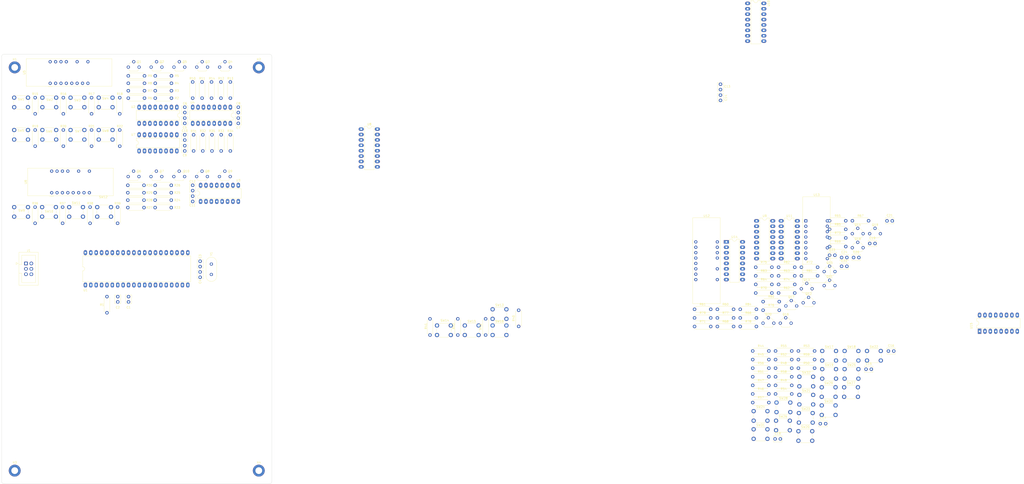
<source format=kicad_pcb>
(kicad_pcb (version 20211014) (generator pcbnew)
  (layers (0 "F.Cu" signal) (31 "B.Cu" signal) (34 "B.Paste" user) (35 "F.Paste" user) (36 "B.SilkS" user "B.Silkscreen") (37 "F.SilkS" user "F.Silkscreen") (38 "B.Mask" user) (39 "F.Mask" user) (44 "Edge.Cuts" user))
  (net 0 "")
  (net 3 "/MISO")
  (net 4 "/SCK")
  (net 5 "/MOSI")
  (net 6 "/Reset")
  (net 7 "Net-(Q6-Pad3)")
  (net 8 "Net-(Q7-Pad3)")
  (net 9 "Net-(Q8-Pad3)")
  (net 10 "Net-(Q9-Pad3)")
  (net 13 "Net-(R2-Pad1)")
  (net 21 "Net-(Q6-Pad2)")
  (net 22 "Net-(R3-Pad1)")
  (net 23 "Net-(Q10-Pad3)")
  (net 24 "Net-(R4-Pad1)")
  (net 25 "Net-(Q7-Pad2)")
  (net 26 "Net-(R5-Pad1)")
  (net 27 "Net-(R2-Pad2)")
  (net 28 "Net-(R6-Pad1)")
  (net 29 "Net-(Q8-Pad2)")
  (net 30 "Net-(R7-Pad1)")
  (net 31 "Net-(R7-Pad2)")
  (net 32 "Net-(R8-Pad1)")
  (net 33 "Net-(R8-Pad2)")
  (net 34 "+5V")
  (net 35 "GND")
  (net 36 "Net-(Q1-Pad2)")
  (net 37 "Net-(C3-Pad1)")
  (net 38 "Net-(Q1-Pad3)")
  (net 39 "Net-(Q2-Pad2)")
  (net 44 "Net-(C4-Pad1)")
  (net 45 "Net-(Q2-Pad3)")
  (net 46 "Net-(Q3-Pad2)")
  (net 47 "Net-(Q3-Pad3)")
  (net 48 "Net-(Q4-Pad2)")
  (net 49 "Net-(Q4-Pad3)")
  (net 50 "Net-(Q5-Pad2)")
  (net 51 "Net-(Q5-Pad3)")
  (net 52 "Net-(R9-Pad1)")
  (net 53 "Net-(R9-Pad2)")
  (net 54 "Net-(R3-Pad2)")
  (net 55 "Net-(R4-Pad2)")
  (net 56 "Net-(R5-Pad2)")
  (net 57 "Net-(R6-Pad2)")
  (net 58 "Net-(Q9-Pad2)")
  (net 59 "/PD0")
  (net 60 "Net-(Q10-Pad2)")
  (net 61 "/PD1")
  (net 62 "/PD2")
  (net 63 "/PD3")
  (net 64 "Net-(R44-Pad2)")
  (net 65 "Net-(R22-Pad2)")
  (net 66 "Net-(R45-Pad2)")
  (net 67 "/PA3")
  (net 68 "/PA2")
  (net 69 "/PA1")
  (net 70 "/PA0")
  (net 71 "/Display_life/D2_CA3")
  (net 72 "/Display_life/D2_CA5")
  (net 73 "/Display_life/D2_CA1")
  (net 74 "/Display_life/D2_CA2")
  (net 75 "/Display_life/D2_CA4")
  (net 76 "/Display_life/D1_CA1")
  (net 77 "/Display_life/D1_CA2")
  (net 78 "/Display_life/D1_CA3")
  (net 79 "/Display_life/D1_CA4")
  (net 80 "/Display_life/D1_CA5")
  (net 81 "/PB1")
  (net 82 "/PB2")
  (net 83 "/PB3")
  (net 84 "/Display_life/2nd_Bitshifter")
  (net 85 "Net-(R15-Pad2)")
  (net 86 "Net-(R16-Pad2)")
  (net 87 "Net-(R17-Pad2)")
  (net 88 "Net-(R18-Pad2)")
  (net 89 "Net-(R19-Pad2)")
  (net 90 "Net-(R20-Pad2)")
  (net 91 "Net-(R21-Pad2)")
  (net 92 "Net-(R23-Pad1)")
  (net 93 "Net-(R23-Pad2)")
  (net 94 "Net-(R24-Pad1)")
  (net 95 "Net-(R24-Pad2)")
  (net 96 "Net-(R25-Pad1)")
  (net 97 "Net-(R25-Pad2)")
  (net 98 "Net-(R26-Pad1)")
  (net 99 "Net-(R26-Pad2)")
  (net 100 "Net-(R27-Pad1)")
  (net 101 "Net-(R27-Pad2)")
  (net 102 "Net-(R28-Pad1)")
  (net 103 "Net-(R28-Pad2)")
  (net 104 "Net-(R29-Pad1)")
  (net 105 "Net-(R29-Pad2)")
  (net 106 "Net-(R30-Pad1)")
  (net 107 "Net-(R30-Pad2)")
  (net 108 "Net-(R36-Pad2)")
  (net 109 "Net-(R37-Pad2)")
  (net 110 "Net-(R38-Pad2)")
  (net 111 "Net-(R39-Pad2)")
  (net 112 "Net-(R40-Pad2)")
  (net 113 "Net-(R41-Pad2)")
  (net 114 "Net-(R42-Pad2)")
  (net 115 "Net-(R43-Pad2)")
  (net 116 "Net-(R46-Pad2)")
  (net 117 "Net-(R47-Pad2)")
  (net 118 "Net-(R48-Pad2)")
  (net 119 "Net-(R49-Pad2)")
  (net 120 "Net-(R50-Pad2)")
  (net 121 "Net-(R51-Pad2)")
  (net 122 "Net-(R52-Pad2)")
  (net 123 "Net-(R53-Pad2)")
  (net 124 "Net-(R54-Pad2)")
  (net 125 "Net-(R55-Pad2)")
  (net 126 "Net-(R56-Pad2)")
  (net 127 "Net-(R57-Pad2)")
  (net 128 "Net-(R58-Pad2)")
  (net 129 "Net-(R59-Pad2)")
  (net 130 "/Buttons_Row_1_and_2/Serial_2")
  (net 131 "/Buttons_Row_1_and_2/Serial_3")
  (net 132 "/Buttons_Row_3_and_4/Serial_4")
  (net 133 "Net-(Q11-Pad2)")
  (net 134 "Net-(Q11-Pad3)")
  (net 135 "Net-(Q12-Pad2)")
  (net 136 "Net-(Q12-Pad3)")
  (net 137 "Net-(Q13-Pad2)")
  (net 138 "Net-(Q13-Pad3)")
  (net 139 "Net-(Q14-Pad2)")
  (net 140 "Net-(Q14-Pad3)")
  (net 141 "Net-(Q15-Pad2)")
  (net 142 "Net-(Q15-Pad3)")
  (net 143 "Net-(Q16-Pad2)")
  (net 144 "Net-(Q16-Pad3)")
  (net 145 "Net-(Q17-Pad2)")
  (net 146 "Net-(Q17-Pad3)")
  (net 147 "Net-(Q18-Pad2)")
  (net 148 "Net-(Q18-Pad3)")
  (net 149 "Net-(Q19-Pad2)")
  (net 150 "Net-(Q19-Pad3)")
  (net 151 "Net-(Q20-Pad2)")
  (net 152 "Net-(Q20-Pad3)")
  (net 153 "/Display_3_and_4/D3_CA5")
  (net 154 "/Display_3_and_4/D3_CA4")
  (net 155 "/Display_3_and_4/D3_CA3")
  (net 156 "/Display_3_and_4/D3_CA2")
  (net 157 "/Display_3_and_4/D4_CA5")
  (net 158 "/Display_3_and_4/D3_CA1")
  (net 159 "/Display_3_and_4/D4_CA4")
  (net 160 "Net-(R67-Pad1)")
  (net 161 "Net-(R67-Pad2)")
  (net 162 "Net-(R68-Pad1)")
  (net 163 "Net-(R68-Pad2)")
  (net 164 "Net-(R69-Pad1)")
  (net 165 "Net-(R69-Pad2)")
  (net 166 "Net-(R70-Pad1)")
  (net 167 "Net-(R70-Pad2)")
  (net 168 "Net-(R71-Pad1)")
  (net 169 "Net-(R71-Pad2)")
  (net 170 "/Display_3_and_4/D4_CA3")
  (net 171 "Net-(R73-Pad1)")
  (net 172 "Net-(R73-Pad2)")
  (net 173 "Net-(R74-Pad1)")
  (net 174 "Net-(R74-Pad2)")
  (net 175 "Net-(R75-Pad1)")
  (net 176 "Net-(R75-Pad2)")
  (net 177 "/Display_3_and_4/D4_CA2")
  (net 178 "/Display_3_and_4/D4_CA1")
  (net 179 "Net-(R78-Pad1)")
  (net 180 "Net-(R78-Pad2)")
  (net 181 "Net-(R79-Pad1)")
  (net 182 "Net-(R79-Pad2)")
  (net 183 "Net-(R80-Pad1)")
  (net 184 "Net-(R80-Pad2)")
  (net 185 "Net-(R81-Pad1)")
  (net 186 "Net-(R81-Pad2)")
  (net 187 "Net-(R82-Pad1)")
  (net 188 "Net-(R82-Pad2)")
  (net 189 "Net-(R83-Pad1)")
  (net 190 "Net-(R83-Pad2)")
  (net 191 "Net-(R84-Pad1)")
  (net 192 "Net-(R84-Pad2)")
  (net 193 "Net-(R85-Pad1)")
  (net 194 "Net-(R85-Pad2)")
  (net 195 "/PA7")
  (net 196 "/PA6")
  (net 197 "/PA5")
  (net 198 "/PA4")
  (net 199 "/Display_3_and_4/4th_Bitshifter")
  (net 202 "/next_bitshifter")
  (footprint "Resistor_THT:R_Axial_DIN0207_L6.3mm_D2.5mm_P7.62mm_Horizontal" (layer "F.Cu") (at 99.045 33.838 180)
    (fp_text reference "R9")
    (fp_text value "100R")
  )
  (footprint "Resistor_THT:R_Axial_DIN0207_L6.3mm_D2.5mm_P7.62mm_Horizontal" (layer "F.Cu") (at 368.99 151.94)
    (fp_text reference "R68")
    (fp_text value "100R")
  )
  (footprint "Resistor_THT:R_Axial_DIN0207_L6.3mm_D2.5mm_P7.62mm_Horizontal" (layer "F.Cu") (at 130.625666 44.338 90)
    (fp_text reference "R14")
    (fp_text value "4.7k")
  )
  (footprint "Resistor_THT:R_Axial_DIN0207_L6.3mm_D2.5mm_P7.62mm_Horizontal" (layer "F.Cu") (at 74.095425 66.971332 90)
    (fp_text reference "R21")
    (fp_text value "10k")
  )
  (footprint "Capacitor_THT:C_Disc_D3.8mm_W2.6mm_P2.50mm" (layer "F.Cu") (at 433.15 119.43)
    (fp_text reference "C20")
    (fp_text value "1nF")
  )
  (footprint "Button_Switch_THT:SW_PUSH_6mm_H5mm" (layer "F.Cu") (at 407.61 175.62)
    (fp_text reference "SW32")
    (fp_text value "~")
  )
  (footprint "Resistor_THT:R_Axial_DIN0207_L6.3mm_D2.5mm_P7.62mm_Horizontal" (layer "F.Cu") (at 98.806 95.9 180)
    (fp_text reference "R27")
    (fp_text value "100R")
  )
  (footprint "Button_Switch_THT:SW_PUSH_6mm_H5mm" (layer "F.Cu") (at 249.972 151.456)
    (fp_text reference "SW15")
    (fp_text value "/2")
  )
  (footprint "Resistor_THT:R_Axial_DIN0207_L6.3mm_D2.5mm_P7.62mm_Horizontal" (layer "F.Cu") (at 122.174 61.601332 -90)
    (fp_text reference "R31")
    (fp_text value "4.7k")
  )
  (footprint "Button_Switch_THT:SW_PUSH_6mm_H5mm" (layer "F.Cu") (at 76.76 95.681332)
    (fp_text reference "SW12")
    (fp_text value "-10")
  )
  (footprint "Capacitor_THT:C_Disc_D3.8mm_W2.6mm_P2.50mm" (layer "F.Cu") (at 118.025333 51.111332 90)
    (fp_text reference "C6")
    (fp_text value "1nF")
  )
  (footprint "Resistor_THT:R_Axial_DIN0207_L6.3mm_D2.5mm_P7.62mm_Horizontal" (layer "F.Cu") (at 111.675334 88.9 180)
    (fp_text reference "R25")
    (fp_text value "100R")
  )
  (footprint "MountingHole:MountingHole_3.2mm_M3_DIN965_Pad" (layer "F.Cu") (at 37.8927 29.8483)
    (fp_text reference "H1")
    (fp_text value "MountingHole_Pad")
  )
  (footprint "Resistor_THT:R_Axial_DIN0207_L6.3mm_D2.5mm_P7.62mm_Horizontal" (layer "F.Cu") (at 385.62 179.67)
    (fp_text reference "R47")
    (fp_text value "10k")
  )
  (footprint "Capacitor_THT:C_Disc_D3.8mm_W2.6mm_P2.50mm" (layer "F.Cu") (at 118.0024 66.721332 -90)
    (fp_text reference "C9")
    (fp_text value "100pF")
  )
  (footprint "Crystal:Crystal_HC49-4H_Vertical" (layer "F.Cu") (at 130.556 127.418 90)
    (fp_text reference "Y1")
    (fp_text value "Crystal")
  )
  (footprint "Resistor_THT:R_Axial_DIN0207_L6.3mm_D2.5mm_P7.62mm_Horizontal" (layer "F.Cu") (at 387.04 132.11)
    (fp_text reference "R64")
    (fp_text value "4.7k")
  )
  (footprint "Resistor_THT:R_Axial_DIN0207_L6.3mm_D2.5mm_P7.62mm_Horizontal" (layer "F.Cu") (at 126.180666 44.338 90)
    (fp_text reference "R11")
    (fp_text value "4.7k")
  )
  (footprint "Capacitor_THT:C_Disc_D3.8mm_W2.6mm_P2.50mm" (layer "F.Cu") (at 396.17 204.92)
    (fp_text reference "C18")
    (fp_text value "~")
  )
  (footprint "Button_Switch_THT:SW_PUSH_6mm_H5mm" (layer "F.Cu") (at 77.48571 44.111332)
    (fp_text reference "SW4")
    (fp_text value "-10")
  )
  (footprint "Resistor_THT:R_Axial_DIN0207_L6.3mm_D2.5mm_P7.62mm_Horizontal" (layer "F.Cu") (at 87.376 66.971332 90)
    (fp_text reference "R22")
    (fp_text value "10k")
  )
  (footprint "Button_Switch_THT:SW_PUSH_6mm_H5mm" (layer "F.Cu") (at 386.07 200.37)
    (fp_text reference "SW31")
    (fp_text value "~")
  )
  (footprint "Resistor_THT:R_Axial_DIN0207_L6.3mm_D2.5mm_P7.62mm_Horizontal" (layer "F.Cu") (at 60.814855 51.731332 90)
    (fp_text reference "R16")
    (fp_text value "10k")
  )
  (footprint "Resistor_THT:R_Axial_DIN0207_L6.3mm_D2.5mm_P7.62mm_Horizontal" (layer "F.Cu") (at 432.61 102.11)
    (fp_text reference "R67")
    (fp_text value "100R")
  )
  (footprint "Button_Switch_THT:SW_PUSH_6mm_H5mm" (layer "F.Cu") (at 418.16 180.57)
    (fp_text reference "SW29")
    (fp_text value "~")
  )
  (footprint "Button_Switch_THT:SW_PUSH_6mm_H5mm" (layer "F.Cu") (at 64.20514 44.111332)
    (fp_text reference "SW3")
    (fp_text value "+10")
  )
  (footprint "Button_Switch_THT:SW_PUSH_6mm_H5mm" (layer "F.Cu") (at 428.93 163.47)
    (fp_text reference "SW18")
    (fp_text value "~")
  )
  (footprint "Resistor_THT:R_Axial_DIN0207_L6.3mm_D2.5mm_P7.62mm_Horizontal" (layer "F.Cu") (at 81.360972 137.85 -90)
    (fp_text reference "R1")
    (fp_text value "10k")
  )
  (footprint "Resistor_THT:R_Axial_DIN0207_L6.3mm_D2.5mm_P7.62mm_Horizontal" (layer "F.Cu") (at 111.675334 85.4 180)
    (fp_text reference "R26")
    (fp_text value "100R")
  )
  (footprint "Resistor_THT:R_Axial_DIN0207_L6.3mm_D2.5mm_P7.62mm_Horizontal" (layer "F.Cu") (at 385.62 163.47)
    (fp_text reference "R44")
    (fp_text value "10k")
  )
  (footprint "Resistor_THT:R_Axial_DIN0207_L6.3mm_D2.5mm_P7.62mm_Horizontal" (layer "F.Cu") (at 358.22 143.84)
    (fp_text reference "R61")
    (fp_text value "4.7k")
  )
  (footprint "Package_TO_SOT_THT:TO-92_Wide" (layer "F.Cu") (at 102.108 81.288)
    (fp_text reference "Q7")
    (fp_text value "2SA1015")
  )
  (footprint "Button_Switch_THT:SW_PUSH_6mm_H5mm" (layer "F.Cu") (at 50.798 95.681332)
    (fp_text reference "SW10")
    (fp_text value "+1")
  )
  (footprint "Capacitor_THT:C_Disc_D3.8mm_W2.6mm_P2.50mm" (layer "F.Cu") (at 427.5 123.58)
    (fp_text reference "C22")
    (fp_text value "1nF")
  )
  (footprint "Capacitor_THT:C_Disc_D3.8mm_W2.6mm_P2.50mm" (layer "F.Cu") (at 440.76 112.82)
    (fp_text reference "C19")
    (fp_text value "100pF")
  )
  (footprint "Capacitor_THT:C_Disc_D3.8mm_W2.6mm_P2.50mm" (layer "F.Cu") (at 370.45 40.29 90)
    (fp_text reference "C13")
    (fp_text value "100pF")
  )
  (footprint "Resistor_THT:R_Axial_DIN0207_L6.3mm_D2.5mm_P7.62mm_Horizontal" (layer "F.Cu") (at 233.572 155.956 90)
    (fp_text reference "R41")
    (fp_text value "10k")
  )
  (footprint "Resistor_THT:R_Axial_DIN0207_L6.3mm_D2.5mm_P7.62mm_Horizontal" (layer "F.Cu") (at 139.515666 61.601332 -90)
    (fp_text reference "R34")
    (fp_text value "4.7k")
  )
  (footprint "Display_7Segment:LTC-4627Jx" (layer "F.Cu") (at 358.805 112.06)
    (fp_text reference "U12")
    (fp_text value "LTC-4627JF")
  )
  (footprint "Capacitor_THT:C_Disc_D3.8mm_W2.6mm_P2.50mm" (layer "F.Cu") (at 91.520972 137.85 -90)
    (fp_text reference "C1")
    (fp_text value "100pF")
  )
  (footprint "Package_DIP:DIP-16_W7.62mm_LongPads" (layer "F.Cu") (at 383.244 -0.31)
    (fp_text reference "U10")
    (fp_text value "74HC595")
  )
  (footprint "Button_Switch_THT:SW_PUSH_6mm_H5mm" (layer "F.Cu") (at 428.93 172.02)
    (fp_text reference "SW25")
    (fp_text value "~")
  )
  (footprint "Button_Switch_THT:SW_PUSH_6mm_H5mm" (layer "F.Cu") (at 418.38 172.02)
    (fp_text reference "SW19")
    (fp_text value "~")
  )
  (footprint "Resistor_THT:R_Axial_DIN0207_L6.3mm_D2.5mm_P7.62mm_Horizontal" (layer "F.Cu") (at 421.84 114.26)
    (fp_text reference "R69")
    (fp_text value "100R")
  )
  (footprint "MountingHole:MountingHole_3.2mm_M3_DIN965_Pad" (layer "F.Cu") (at 152.8927 219.8483)
    (fp_text reference "H4")
    (fp_text value "MountingHole_Pad")
  )
  (footprint "Resistor_THT:R_Axial_DIN0207_L6.3mm_D2.5mm_P7.62mm_Horizontal" (layer "F.Cu") (at 111.675334 95.9 180)
    (fp_text reference "R23")
    (fp_text value "100R")
  )
  (footprint "Resistor_THT:R_Axial_DIN0207_L6.3mm_D2.5mm_P7.62mm_Horizontal" (layer "F.Cu") (at 385.62 171.57)
    (fp_text reference "R56")
    (fp_text value "10k")
  )
  (footprint "Resistor_THT:R_Axial_DIN0207_L6.3mm_D2.5mm_P7.62mm_Horizontal" (layer "F.Cu") (at 385.62 167.52)
    (fp_text reference "R45")
    (fp_text value "10k")
  )
  (footprint "Resistor_THT:R_Axial_DIN0207_L6.3mm_D2.5mm_P7.62mm_Horizontal" (layer "F.Cu") (at 379.76 143.84)
    (fp_text reference "R84")
    (fp_text value "100R")
  )
  (footprint "Resistor_THT:R_Axial_DIN0207_L6.3mm_D2.5mm_P7.62mm_Horizontal" (layer "F.Cu") (at 407.16 163.47)
    (fp_text reference "R53")
    (fp_text value "10k")
  )
  (footprint "Capacitor_THT:C_Disc_D3.8mm_W2.6mm_P2.50mm" (layer "F.Cu") (at 125.256 123.698 90)
    (fp_text reference "C3")
    (fp_text value "22pf")
  )
  (footprint "Resistor_THT:R_Axial_DIN0207_L6.3mm_D2.5mm_P7.62mm_Horizontal" (layer "F.Cu") (at 397.81 128.06)
    (fp_text reference "R63")
    (fp_text value "4.7k")
  )
  (footprint "Resistor_THT:R_Axial_DIN0207_L6.3mm_D2.5mm_P7.62mm_Horizontal" (layer "F.Cu") (at 98.806 88.9 180)
    (fp_text reference "R29")
    (fp_text value "100R")
  )
  (footprint "Button_Switch_THT:SW_PUSH_6mm_H5mm" (layer "F.Cu") (at 63.552 95.681332)
    (fp_text reference "SW11")
    (fp_text value "+10")
  )
  (footprint "Resistor_THT:R_Axial_DIN0207_L6.3mm_D2.5mm_P7.62mm_Horizontal" (layer "F.Cu") (at 99.045 37.338 180)
    (fp_text reference "R8")
    (fp_text value "100R")
  )
  (footprint "Capacitor_THT:C_Disc_D3.8mm_W2.6mm_P2.50mm" (layer "F.Cu") (at 370.45 42.91 -90)
    (fp_text reference "C14")
    (fp_text value "1nF")
  )
  (footprint "Resistor_THT:R_Axial_DIN0207_L6.3mm_D2.5mm_P7.62mm_Horizontal" (layer "F.Cu") (at 358.22 147.89)
    (fp_text reference "R79")
    (fp_text value "100R")
  )
  (footprint "Button_Switch_THT:SW_PUSH_6mm_H5mm" (layer "F.Cu") (at 439.48 163.47)
    (fp_text reference "SW22")
    (fp_text value "~")
  )
  (footprint "Resistor_THT:R_Axial_DIN0207_L6.3mm_D2.5mm_P7.62mm_Horizontal" (layer "F.Cu") (at 397.81 136.16)
    (fp_text reference "R62")
    (fp_text value "4.7k")
  )
  (footprint "Package_TO_SOT_THT:TO-92_Wide" (layer "F.Cu") (at 401.26 142.26)
    (fp_text reference "Q17")
    (fp_text value "2SA1015")
  )
  (footprint "Button_Switch_THT:SW_PUSH_6mm_H5mm" (layer "F.Cu") (at 407.39 192.72)
    (fp_text reference "SW23")
    (fp_text value "~")
  )
  (footprint "Button_Switch_THT:SW_PUSH_6mm_H5mm" (layer "F.Cu") (at 396.84 187.77)
    (fp_text reference "SW28")
    (fp_text value "~")
  )
  (footprint "Resistor_THT:R_Axial_DIN0207_L6.3mm_D2.5mm_P7.62mm_Horizontal" (layer "F.Cu") (at 396.39 163.47)
    (fp_text reference "R55")
    (fp_text value "10k")
  )
  (footprint "Resistor_THT:R_Axial_DIN0207_L6.3mm_D2.5mm_P7.62mm_Horizontal" (layer "F.Cu") (at 98.806 85.4 180)
    (fp_text reference "R30")
    (fp_text value "100R")
  )
  (footprint "Button_Switch_THT:SW_PUSH_6mm_H5mm" (layer "F.Cu") (at 37.644 59.351332)
    (fp_text reference "SW5")
    (fp_text value "-1")
  )
  (footprint "Resistor_THT:R_Axial_DIN0207_L6.3mm_D2.5mm_P7.62mm_Horizontal" (layer "F.Cu") (at 396.39 167.52)
    (fp_text reference "R52")
    (fp_text value "10k")
  )
  (footprint "Package_DIP:DIP-40_W15.24mm_LongPads" (layer "F.Cu") (at 71.200972 132.381519 90)
    (fp_text reference "U1")
    (fp_text value "ATmega32A-P")
  )
  (footprint "Display_7Segment:LTC-4627Jx" (layer "F.Cu") (at 55.302334 88.9 90)
    (fp_text reference "U6")
    (fp_text value "LTC-4627JF")
  )
  (footprint "Resistor_THT:R_Axial_DIN0207_L6.3mm_D2.5mm_P7.62mm_Horizontal" (layer "F.Cu") (at 135.180248 61.601332 -90)
    (fp_text reference "R33")
    (fp_text value "4.7k")
  )
  (footprint "Resistor_THT:R_Axial_DIN0207_L6.3mm_D2.5mm_P7.62mm_Horizontal" (layer "F.Cu") (at 121.735666 44.338 90)
    (fp_text reference "R10")
    (fp_text value "4.7k")
  )
  (footprint "Capacitor_THT:C_Disc_D3.8mm_W2.6mm_P2.50mm" (layer "F.Cu") (at 86.440972 137.85 -90)
    (fp_text reference "C2")
    (fp_text value "1nF")
  )
  (footprint "Resistor_THT:R_Axial_DIN0207_L6.3mm_D2.5mm_P7.62mm_Horizontal" (layer "F.Cu") (at 390.53 144.26)
    (fp_text reference "R76")
    (fp_text value "4.7k")
  )
  (footprint "Capacitor_THT:C_Disc_D3.8mm_W2.6mm_P2.50mm" (layer "F.Cu") (at 421.84 118.36)
    (fp_text reference "C23")
    (fp_text value "100pF")
  )
  (footprint "Package_TO_SOT_THT:TO-92_Wide" (layer "F.Cu") (at 390.49 150.36)
    (fp_text reference "Q20")
    (fp_text value "2SA1015")
  )
  (footprint "Button_Switch_THT:SW_PUSH_6mm_H5mm" (layer "F.Cu") (at 77.48571 59.351332)
    (fp_text reference "SW8")
    (fp_text value "Random")
  )
  (footprint "Resistor_THT:R_Axial_DIN0207_L6.3mm_D2.5mm_P7.62mm_Horizontal" (layer "F.Cu") (at 139.515666 44.338 90)
    (fp_text reference "R13")
    (fp_text value "4.7k")
  )
  (footprint "Resistor_THT:R_Axial_DIN0207_L6.3mm_D2.5mm_P7.62mm_Horizontal" (layer "F.Cu") (at 396.39 175.62)
    (fp_text reference "R58")
    (fp_text value "10k")
  )
  (footprint "Resistor_THT:R_Axial_DIN0207_L6.3mm_D2.5mm_P7.62mm_Horizontal" (layer "F.Cu") (at 387.04 124.01)
    (fp_text reference "R75")
    (fp_text value "100R")
  )
  (footprint "Capacitor_THT:C_Disc_D3.8mm_W2.6mm_P2.50mm" (layer "F.Cu") (at 121.735666 87.9 90)
    (fp_text reference "C12")
    (fp_text value "1nF")
  )
  (footprint "Package_DIP:DIP-16_W7.62mm_LongPads" (layer "F.Cu") (at 399.04 102.16)
    (fp_text reference "U11")
    (fp_text value "4028")
  )
  (footprint "Package_DIP:DIP-16_W7.62mm_LongPads" (layer "F.Cu") (at 96.505 69.221332 90)
    (fp_text reference "U7")
    (fp_text value "74HC165")
  )
  (footprint "Resistor_THT:R_Axial_DIN0207_L6.3mm_D2.5mm_P7.62mm_Horizontal" (layer "F.Cu") (at 135.070666 44.338 90)
    (fp_text reference "R12")
    (fp_text value "4.7k")
  )
  (footprint "Button_Switch_THT:SW_PUSH_6mm_H5mm" (layer "F.Cu") (at 50.92457 44.111332)
    (fp_text reference "SW2")
    (fp_text value "+1")
  )
  (footprint "Package_DIP:DIP-16_W7.62mm_LongPads" (layer "F.Cu") (at 125.476 93.02 90)
    (fp_text reference "U3")
    (fp_text value "74HC595")
  )
  (footprint "MountingHole:MountingHole_3.2mm_M3_DIN965_Pad" (layer "F.Cu") (at 152.8929 29.8482)
    (fp_text reference "H2")
    (fp_text value "MountingHole_Pad")
  )
  (footprint "Resistor_THT:R_Axial_DIN0207_L6.3mm_D2.5mm_P7.62mm_Horizontal" (layer "F.Cu") (at 98.806 92.4 180)
    (fp_text reference "R28")
    (fp_text value "100R")
  )
  (footprint "Package_DIP:DIP-16_W7.62mm_LongPads" (layer "F.Cu") (at 114.285 48.611332 -90)
    (fp_text reference "U2")
    (fp_text value "74HC595")
  )
  (footprint "Resistor_THT:R_Axial_DIN0207_L6.3mm_D2.5mm_P7.62mm_Horizontal" (layer "F.Cu") (at 60.814855 66.971332 90)
    (fp_text reference "R20")
    (fp_text value "10k")
  )
  (footprint "Resistor_THT:R_Axial_DIN0207_L6.3mm_D2.5mm_P7.62mm_Horizontal" (layer "F.Cu") (at 99.045 40.838 180)
    (fp_text reference "R7")
    (fp_text value "100R")
  )
  (footprint "Package_TO_SOT_THT:TO-92_Wide" (layer "F.Cu") (at 408.54 134.16)
    (fp_text reference "Q13")
    (fp_text value "2SA1015")
  )
  (footprint "Resistor_THT:R_Axial_DIN0207_L6.3mm_D2.5mm_P7.62mm_Horizontal" (layer "F.Cu") (at 47.498 103.301332 90)
    (fp_text reference "R36")
    (fp_text value "10k")
  )
  (footprint "Resistor_THT:R_Axial_DIN0207_L6.3mm_D2.5mm_P7.62mm_Horizontal" (layer "F.Cu") (at 421.84 110.21)
    (fp_text reference "R73")
    (fp_text value "100R")
  )
  (footprint "Package_TO_SOT_THT:TO-92_Wide" (layer "F.Cu") (at 91.355334 81.288)
    (fp_text reference "Q6")
    (fp_text value "2SA1015")
  )
  (footprint "Capacitor_THT:C_Disc_D3.8mm_W2.6mm_P2.50mm" (layer "F.Cu") (at 143.256 53.731332 -90)
    (fp_text reference "C7")
    (fp_text value "100pF")
  )
  (footprint "Package_TO_SOT_THT:TO-92_Wide" (layer "F.Cu") (at 91.425 29.718)
    (fp_text reference "Q1")
    (fp_text value "2SA1015")
  )
  (footprint "Button_Switch_THT:SW_PUSH_6mm_H5mm" (layer "F.Cu") (at 50.92457 59.351332)
    (fp_text reference "SW6")
    (fp_text value "x2")
  )
  (footprint "Resistor_THT:R_Axial_DIN0207_L6.3mm_D2.5mm_P7.62mm_Horizontal" (layer "F.Cu") (at 396.39 171.57)
    (fp_text reference "R48")
    (fp_text value "10k")
  )
  (footprint "Capacitor_THT:C_Disc_D3.8mm_W2.6mm_P2.50mm" (layer "F.Cu") (at 143.256 51.111332 90)
    (fp_text reference "C8")
    (fp_text value "1nF")
  )
  (footprint "Button_Switch_THT:SW_PUSH_6mm_H5mm" (layer "F.Cu") (at 236.872 151.456)
    (fp_text reference "SW14")
    (fp_text value "x2")
  )
  (footprint "Package_TO_SOT_THT:TO-92_Wide" (layer "F.Cu") (at 419.31 132.67)
    (fp_text reference "Q11")
    (fp_text value "2SA1015")
  )
  (footprint "Package_TO_SOT_THT:TO-92_Wide" (layer "F.Cu") (at 398.64 150.36)
    (fp_text reference "Q16")
    (fp_text value "2SA1015")
  )
  (footprint "Button_Switch_THT:SW_PUSH_6mm_H5mm" (layer "F.Cu") (at 407.17 201.27)
    (fp_text reference "SW20")
    (fp_text value "~")
  )
  (footprint "Package_DIP:DIP-16_W7.62mm_LongPads" (layer "F.Cu") (at 387.44 102.16)
    (fp_text reference "U9")
    (fp_text value "74HC595")
  )
  (footprint "Button_Switch_THT:SW_PUSH_6mm_H5mm" (layer "F.Cu") (at 64.20514 59.351332)
    (fp_text reference "SW7")
    (fp_text value "/2")
  )
  (footprint "Resistor_THT:R_Axial_DIN0207_L6.3mm_D2.5mm_P7.62mm_Horizontal" (layer "F.Cu") (at 408.58 124.01)
    (fp_text reference "R72")
    (fp_text value "4.7k")
  )
  (footprint "Button_Switch_THT:SW_PUSH_6mm_H5mm" (layer "F.Cu") (at 386.07 191.82)
    (fp_text reference "SW24")
    (fp_text value "~")
  )
  (footprint "Resistor_THT:R_Axial_DIN0207_L6.3mm_D2.5mm_P7.62mm_Horizontal" (layer "F.Cu") (at 111.745 40.838 180)
    (fp_text reference "R3")
    (fp_text value "100R")
  )
  (footprint "Package_TO_SOT_THT:TO-92_Wide" (layer "F.Cu") (at 432.57 114.82)
    (fp_text reference "Q18")
    (fp_text value "2SA1015")
  )
  (footprint "Capacitor_THT:C_Disc_D3.8mm_W2.6mm_P2.50mm" (layer "F.Cu") (at 118.0024 53.731332 -90)
    (fp_text reference "C5")
    (fp_text value "100pF")
  )
  (footprint "Resistor_THT:R_Axial_DIN0207_L6.3mm_D2.5mm_P7.62mm_Horizontal" (layer "F.Cu") (at 387.04 128.06)
    (fp_text reference "R83")
    (fp_text value "100R")
  )
  (footprint "Resistor_THT:R_Axial_DIN0207_L6.3mm_D2.5mm_P7.62mm_Horizontal" (layer "F.Cu") (at 111.675334 92.4 180)
    (fp_text reference "R24")
    (fp_text value "100R")
  )
  (footprint "Resistor_THT:R_Axial_DIN0207_L6.3mm_D2.5mm_P7.62mm_Horizontal" (layer "F.Cu") (at 73.406 103.301332 90)
    (fp_text reference "R38")
    (fp_text value "10k")
  )
  (footprint "Capacitor_THT:C_Disc_D3.8mm_W2.6mm_P2.50mm" (layer "F.Cu") (at 448.91 102.16)
    (fp_text reference "C21")
    (fp_text value "100pF")
  )
  (footprint "Package_TO_SOT_THT:TO-92_Wide" (layer "F.Cu") (at 419.31 126.06)
    (fp_text reference "Q15")
    (fp_text value "2SA1015")
  )
  (footprint "Package_TO_SOT_THT:TO-92_Wide" (layer "F.Cu") (at 102.177666 29.718)
    (fp_text reference "Q2")
    (fp_text value "2SA1015")
  )
  (footprint "Resistor_THT:R_Axial_DIN0207_L6.3mm_D2.5mm_P7.62mm_Horizontal" (layer "F.Cu") (at 407.16 171.57)
    (fp_text reference "R50")
    (fp_text value "10k")
  )
  (footprint "Resistor_THT:R_Axial_DIN0207_L6.3mm_D2.5mm_P7.62mm_Horizontal" (layer "F.Cu") (at 47.534285 51.731332 90)
    (fp_text reference "R15")
    (fp_text value "10k")
  )
  (footprint "Resistor_THT:R_Axial_DIN0207_L6.3mm_D2.5mm_P7.62mm_Horizontal" (layer "F.Cu") (at 385.62 175.62)
    (fp_text reference "R51")
    (fp_text value "10k")
  )
  (footprint "Resistor_THT:R_Axial_DIN0207_L6.3mm_D2.5mm_P7.62mm_Horizontal" (layer "F.Cu") (at 408.58 128.06)
    (fp_text reference "R81")
    (fp_text value "100R")
  )
  (footprint "Resistor_THT:R_Axial_DIN0207_L6.3mm_D2.5mm_P7.62mm_Horizontal" (layer "F.Cu") (at 407.16 167.52)
    (fp_text reference "R59")
    (fp_text value "10k")
  )
  (footprint "Resistor_THT:R_Axial_DIN0207_L6.3mm_D2.5mm_P7.62mm_Horizontal" (layer "F.Cu") (at 259.772 155.956 90)
    (fp_text reference "R43")
    (fp_text value "10k")
  )
  (footprint "Package_DIP:DIP-16_W7.62mm_LongPads" (layer "F.Cu") (at 139.515666 48.611332 -90)
    (fp_text reference "U4")
    (fp_text value "4028")
  )
  (footprint "Button_Switch_THT:SW_PUSH_6mm_H5mm" (layer "F.Cu") (at 418.16 189.12)
    (fp_text reference "SW30")
    (fp_text value "~")
  )
  (footprint "Resistor_THT:R_Axial_DIN0207_L6.3mm_D2.5mm_P7.62mm_Horizontal" (layer "F.Cu") (at 130.844832 61.601332 -90)
    (fp_text reference "R35")
    (fp_text value "4.7k")
  )
  (footprint "Package_TO_SOT_THT:TO-92_Wide" (layer "F.Cu") (at 440.72 108.21)
    (fp_text reference "Q19")
    (fp_text value "2SA1015")
  )
  (footprint "Resistor_THT:R_Axial_DIN0207_L6.3mm_D2.5mm_P7.62mm_Horizontal" (layer "F.Cu") (at 111.745 33.838 180)
    (fp_text reference "R5")
    (fp_text value "100R")
  )
  (footprint "Resistor_THT:R_Axial_DIN0207_L6.3mm_D2.5mm_P7.62mm_Horizontal" (layer "F.Cu") (at 246.672 155.956 90)
    (fp_text reference "R42")
    (fp_text value "10k")
  )
  (footprint "Package_TO_SOT_THT:TO-92_Wide" (layer "F.Cu") (at 123.682998 29.718)
    (fp_text reference "Q3")
    (fp_text value "2SA1015")
  )
  (footprint "Resistor_THT:R_Axial_DIN0207_L6.3mm_D2.5mm_P7.62mm_Horizontal" (layer "F.Cu") (at 387.04 136.16)
    (fp_text reference "R70")
    (fp_text value "100R")
  )
  (footprint "Button_Switch_THT:SW_PUSH_6mm_H5mm" (layer "F.Cu") (at 428.71 180.57)
    (fp_text reference "SW27")
    (fp_text value "~")
  )
  (footprint "Resistor_THT:R_Axial_DIN0207_L6.3mm_D2.5mm_P7.62mm_Horizontal" (layer "F.Cu") (at 126.509416 61.601332 -90)
    (fp_text reference "R32")
    (fp_text value "4.7k")
  )
  (footprint "Resistor_THT:R_Axial_DIN0207_L6.3mm_D2.5mm_P7.62mm_Horizontal" (layer "F.Cu") (at 99.045 44.338 180)
    (fp_text reference "R6")
    (fp_text value "100R")
  )
  (footprint "Capacitor_THT:C_Disc_D3.8mm_W2.6mm_P2.50mm" (layer "F.Cu") (at 121.735666 90.52 -90)
    (fp_text reference "C11")
    (fp_text value "100pF")
  )
  (footprint "MountingHole:MountingHole_3.2mm_M3_DIN965_Pad" (layer "F.Cu") (at 37.8929 219.8482)
    (fp_text reference "H3")
    (fp_text value "MountingHole_Pad")
  )
  (footprint "Button_Switch_THT:SW_PUSH_6mm_H5mm" (layer "F.Cu") (at 418.38 163.47)
    (fp_text reference "SW17")
    (fp_text value "~")
  )
  (footprint "Resistor_THT:R_Axial_DIN0207_L6.3mm_D2.5mm_P7.62mm_Horizontal" (layer "F.Cu") (at 111.745 37.338 180)
    (fp_text reference "R4")
    (fp_text value "100R")
  )
  (footprint "Resistor_THT:R_Axial_DIN0207_L6.3mm_D2.5mm_P7.62mm_Horizontal" (layer "F.Cu") (at 111.745 44.338 180)
    (fp_text reference "R2")
    (fp_text value "100R")
  )
  (footprint "Button_Switch_THT:SW_PUSH_6mm_H5mm" (layer "F.Cu") (at 37.644 95.681332)
    (fp_text reference "SW9")
    (fp_text value "Reset")
  )
  (footprint "Capacitor_THT:C_Disc_D3.8mm_W2.6mm_P2.50mm" (layer "F.Cu") (at 427.5 119.43)
    (fp_text reference "C24")
    (fp_text value "1nF")
  )
  (footprint "Capacitor_THT:C_Disc_D3.8mm_W2.6mm_P2.50mm" (layer "F.Cu") (at 439.03 172.07)
    (fp_text reference "C15")
    (fp_text value "~")
  )
  (footprint "Package_DIP:DIP-16_W7.62mm_LongPads" (layer "F.Cu") (at 201.153 58.943)
    (fp_text reference "U8")
    (fp_text value "74HC165")
  )
  (footprint "Package_DIP:DIP-16_W7.62mm_LongPads" (layer "F.Cu") (at 373.215 112.06)
    (fp_text reference "U14")
    (fp_text value "~")
  )
  (footprint "Package_TO_SOT_THT:TO-92_Wide" (layer "F.Cu") (at 134.366 81.288)
    (fp_text reference "Q9")
    (fp_text value "2SA1015")
  )
  (footprint "Resistor_THT:R_Axial_DIN0207_L6.3mm_D2.5mm_P7.62mm_Horizontal" (layer "F.Cu") (at 397.81 124.01)
    (fp_text reference "R82")
    (fp_text value "100R")
  )
  (footprint "Button_Switch_THT:SW_PUSH_6mm_H5mm" (layer "F.Cu") (at 263.072 143.836)
    (fp_text reference "SW13")
    (fp_text value "-1")
  )
  (footprint "Resistor_THT:R_Axial_DIN0207_L6.3mm_D2.5mm_P7.62mm_Horizontal" (layer "F.Cu") (at 87.376 51.731332 90)
    (fp_text reference "R18")
    (fp_text value "10k")
  )
  (footprint "Package_TO_SOT_THT:TO-92_Wide" (layer "F.Cu") (at 123.613332 81.288)
    (fp_text reference "Q8")
    (fp_text value "2SA1015")
  )
  (footprint "Resistor_THT:R_Axial_DIN0207_L6.3mm_D2.5mm_P7.62mm_Horizontal" (layer "F.Cu") (at 47.534285 66.971332 90)
    (fp_text reference "R19")
    (fp_text value "10k")
  )
  (footprint "Package_TO_SOT_THT:TO-92_Wide" (layer "F.Cu") (at 112.860666 81.288)
    (fp_text reference "Q10")
    (fp_text value "2SA1015")
  )
  (footprint "Button_Switch_THT:SW_PUSH_6mm_H5mm" (layer "F.Cu") (at 263.072 151.456)
    (fp_text reference "SW16")
    (fp_text value "Random")
  )
  (footprint "Resistor_THT:R_Axial_DIN0207_L6.3mm_D2.5mm_P7.62mm_Horizontal" (layer "F.Cu") (at 390.53 140.21)
    (fp_text reference "R80")
    (fp_text value "100R")
  )
  (footprint "Package_TO_SOT_THT:TO-92_Wide" (layer "F.Cu") (at 409.41 140.77)
    (fp_text reference "Q12")
    (fp_text value "2SA1015")
  )
  (footprint "Connector_IDC:IDC-Header_2x03_P2.54mm_Vertical" (layer "F.Cu") (at 43.1895 122.236519)
    (fp_text reference "J1")
    (fp_text value "ISP-Port")
  )
  (footprint "Button_Switch_THT:SW_PUSH_6mm_H5mm" (layer "F.Cu") (at 396.62 196.32)
    (fp_text reference "SW26")
    (fp_text value "~")
  )
  (footprint "Capacitor_THT:C_Disc_D3.8mm_W2.6mm_P2.50mm" (layer "F.Cu") (at 417.49 197.72)
    (fp_text reference "C17")
    (fp_text value "~")
  )
  (footprint "Display_7Segment:LTC-4627Jx" (layer "F.Cu") (at 54.61 37.338 90)
    (fp_text reference "U5")
    (fp_text value "LTC-4627JF")
  )
  (footprint "Package_TO_SOT_THT:TO-92_Wide" (layer "F.Cu") (at 112.930332 29.718)
    (fp_text reference "Q5")
    (fp_text value "2SA1015")
  )
  (footprint "Resistor_THT:R_Axial_DIN0207_L6.3mm_D2.5mm_P7.62mm_Horizontal" (layer "F.Cu") (at 74.095425 51.731332 90)
    (fp_text reference "R17")
    (fp_text value "10k")
  )
  (footprint "Resistor_THT:R_Axial_DIN0207_L6.3mm_D2.5mm_P7.62mm_Horizontal" (layer "F.Cu") (at 379.76 147.89)
    (fp_text reference "R66")
    (fp_text value "4.7k")
  )
  (footprint "Resistor_THT:R_Axial_DIN0207_L6.3mm_D2.5mm_P7.62mm_Horizontal" (layer "F.Cu") (at 396.39 183.72)
    (fp_text reference "R54")
    (fp_text value "10k")
  )
  (footprint "Resistor_THT:R_Axial_DIN0207_L6.3mm_D2.5mm_P7.62mm_Horizontal" (layer "F.Cu") (at 421.84 102.11)
    (fp_text reference "R65")
    (fp_text value "4.7k")
  )
  (footprint "Button_Switch_THT:SW_PUSH_6mm_H5mm" (layer "F.Cu") (at 37.644 44.111332)
    (fp_text reference "SW1")
    (fp_text value "Reset")
  )
  (footprint "Resistor_THT:R_Axial_DIN0207_L6.3mm_D2.5mm_P7.62mm_Horizontal" (layer "F.Cu") (at 368.99 143.84)
    (fp_text reference "R60")
    (fp_text value "4.7k")
  )
  (footprint "Resistor_THT:R_Axial_DIN0207_L6.3mm_D2.5mm_P7.62mm_Horizontal" (layer "F.Cu") (at 86.36 103.301332 90)
    (fp_text reference "R39")
    (fp_text value "10k")
  )
  (footprint "Capacitor_THT:C_Disc_D3.8mm_W2.6mm_P2.50mm" (layer "F.Cu") (at 118.0024 64.101332 90)
    (fp_text reference "C10")
    (fp_text value "1nF")
  )
  (footprint "Resistor_THT:R_Axial_DIN0207_L6.3mm_D2.5mm_P7.62mm_Horizontal" (layer "F.Cu") (at 358.22 151.94)
    (fp_text reference "R71")
    (fp_text value "100R")
  )
  (footprint "Resistor_THT:R_Axial_DIN0207_L6.3mm_D2.5mm_P7.62mm_Horizontal" (layer "F.Cu") (at 396.39 179.67)
    (fp_text reference "R49")
    (fp_text value "10k")
  )
  (footprint "Package_DIP:DIP-16_W7.62mm_LongPads" (layer "F.Cu") (at 492.521 154.193 90)
    (fp_text reference "U15")
    (fp_text value "~")
  )
  (footprint "Package_TO_SOT_THT:TO-92_Wide" (layer "F.Cu") (at 134.435666 29.718)
    (fp_text reference "Q4")
    (fp_text value "2SA1015")
  )
  (footprint "Resistor_THT:R_Axial_DIN0207_L6.3mm_D2.5mm_P7.62mm_Horizontal" (layer "F.Cu") (at 368.99 147.89)
    (fp_text reference "R77")
    (fp_text value "4.7k")
  )
  (footprint "Resistor_THT:R_Axial_DIN0207_L6.3mm_D2.5mm_P7.62mm_Horizontal" (layer "F.Cu") (at 421.84 106.16)
    (fp_text reference "R85")
    (fp_text value "100R")
  )
  (footprint "Resistor_THT:R_Axial_DIN0207_L6.3mm_D2.5mm_P7.62mm_Horizontal" (layer "F.Cu") (at 385.62 187.77)
    (fp_text reference "R57")
    (fp_text value "10k")
  )
  (footprint "Resistor_THT:R_Axial_DIN0207_L6.3mm_D2.5mm_P7.62mm_Horizontal" (layer "F.Cu") (at 275.336 151.892 90)
    (fp_text reference "R40")
    (fp_text value "10k")
  )
  (footprint "Button_Switch_THT:SW_PUSH_6mm_H5mm" (layer "F.Cu") (at 407.61 184.17)
    (fp_text reference "SW21")
    (fp_text value "~")
  )
  (footprint "Resistor_THT:R_Axial_DIN0207_L6.3mm_D2.5mm_P7.62mm_Horizontal" (layer "F.Cu") (at 397.81 132.11)
    (fp_text reference "R74")
    (fp_text value "100R")
  )
  (footprint "Display_7Segment:LTC-4627Jx" (layer "F.Cu") (at 410.64 102.16)
    (fp_text reference "U13")
    (fp_text value "LTC-4627JF")
  )
  (footprint "Resistor_THT:R_Axial_DIN0207_L6.3mm_D2.5mm_P7.62mm_Horizontal" (layer "F.Cu") (at 60.452 103.301332 90)
    (fp_text reference "R37")
    (fp_text value "10k")
  )
  (footprint "Capacitor_THT:C_Disc_D3.8mm_W2.6mm_P2.50mm" (layer "F.Cu") (at 125.256 126.238 -90)
    (fp_text reference "C4")
    (fp_text value "22pF")
  )
  (footprint "Capacitor_THT:C_Disc_D3.8mm_W2.6mm_P2.50mm" (layer "F.Cu") (at 449.58 163.52)
    (fp_text reference "C16")
    (fp_text value "~")
  )
  (footprint "Resistor_THT:R_Axial_DIN0207_L6.3mm_D2.5mm_P7.62mm_Horizontal" (layer "F.Cu") (at 379.76 151.94)
    (fp_text reference "R78")
    (fp_text value "100R")
  )
  (footprint "Package_TO_SOT_THT:TO-92_Wide" (layer "F.Cu") (at 432.57 108.21)
    (fp_text reference "Q14")
    (fp_text value "2SA1015")
  )
  (footprint "Resistor_THT:R_Axial_DIN0207_L6.3mm_D2.5mm_P7.62mm_Horizontal" (layer "F.Cu") (at 385.62 183.72)
    (fp_text reference "R46")
    (fp_text value "10k")
  )
  (gr_arc locked (start 157.959568 23.654062) (mid 158.784499 24.05107) (end 159.087025 24.915115) (layer "Edge.Cuts") (width 0.1))
  (gr_line locked (start 32.825972 226.042572) (end 157.825972 226.042572) (layer "Edge.Cuts") (width 0.1))
  (gr_arc locked (start 31.698515 24.781519) (mid 32.095536 23.956601) (end 32.959568 23.654062) (layer "Edge.Cuts") (width 0.1))
  (gr_line locked (start 157.959568 23.654062) (end 32.959568 23.654062) (layer "Edge.Cuts") (width 0.1))
  (gr_arc locked (start 159.087025 224.915115) (mid 158.690001 225.740033) (end 157.825972 226.042572) (layer "Edge.Cuts") (width 0.1))
  (gr_line locked (start 159.087025 24.915115) (end 159.087025 224.915115) (layer "Edge.Cuts") (width 0.1))
  (gr_arc locked (start 32.825972 226.042572) (mid 32.001109 225.645515) (end 31.698515 224.781519) (layer "Edge.Cuts") (width 0.1))
  (gr_line locked (start 31.698515 24.781519) (end 31.698515 224.781519) (layer "Edge.Cuts") (width 0.1))
)
</source>
